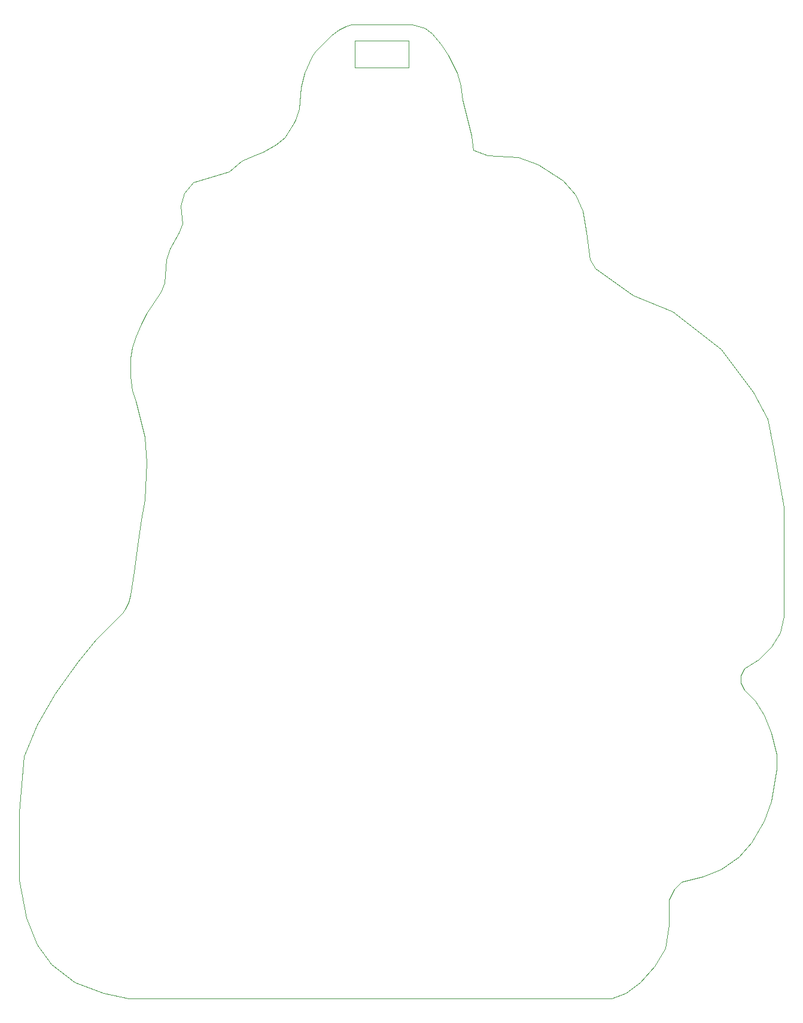
<source format=gm1>
G04 #@! TF.GenerationSoftware,KiCad,Pcbnew,(5.1.9)-1*
G04 #@! TF.CreationDate,2021-10-05T22:25:52-05:00*
G04 #@! TF.ProjectId,astable_badge,61737461-626c-4655-9f62-616467652e6b,1*
G04 #@! TF.SameCoordinates,Original*
G04 #@! TF.FileFunction,Profile,NP*
%FSLAX46Y46*%
G04 Gerber Fmt 4.6, Leading zero omitted, Abs format (unit mm)*
G04 Created by KiCad (PCBNEW (5.1.9)-1) date 2021-10-05 22:25:52*
%MOMM*%
%LPD*%
G01*
G04 APERTURE LIST*
G04 #@! TA.AperFunction,Profile*
%ADD10C,0.050000*%
G04 #@! TD*
G04 APERTURE END LIST*
D10*
X108204000Y-81534000D02*
X107950000Y-86868000D01*
X107950000Y-77978000D02*
X108204000Y-81534000D01*
X106680000Y-72898000D02*
X107950000Y-77978000D01*
X106172000Y-71374000D02*
X106680000Y-72898000D01*
X105918000Y-69342000D02*
X106172000Y-71374000D01*
X105918000Y-66802000D02*
X105918000Y-69342000D01*
X106172000Y-65278000D02*
X105918000Y-66802000D01*
X106680000Y-63754000D02*
X106172000Y-65278000D01*
X107442000Y-61976000D02*
X106680000Y-63754000D01*
X108204000Y-60452000D02*
X107442000Y-61976000D01*
X134366000Y-21082000D02*
X133096000Y-22352000D01*
X135382000Y-20320000D02*
X134366000Y-21082000D01*
X136398000Y-19812000D02*
X135382000Y-20320000D01*
X137160000Y-19558000D02*
X136398000Y-19812000D01*
X148590000Y-20828000D02*
X149860000Y-22352000D01*
X147574000Y-20066000D02*
X148590000Y-20828000D01*
X145796000Y-19558000D02*
X147574000Y-20066000D01*
X137160000Y-19558000D02*
X145796000Y-19558000D01*
X126492000Y-36576000D02*
X124714000Y-37592000D01*
X127762000Y-35560000D02*
X126492000Y-36576000D01*
X129032000Y-33528000D02*
X127762000Y-35560000D01*
X132080000Y-23368000D02*
X133096000Y-22352000D01*
X131572000Y-24130000D02*
X132080000Y-23368000D01*
X130556000Y-26416000D02*
X131572000Y-24130000D01*
X130048000Y-28448000D02*
X130556000Y-26416000D01*
X129794000Y-31496000D02*
X130048000Y-28448000D01*
X129286000Y-33020000D02*
X129794000Y-31496000D01*
X129032000Y-33528000D02*
X129286000Y-33020000D01*
X113538000Y-43434000D02*
X114808000Y-41910000D01*
X113030000Y-45212000D02*
X113538000Y-43434000D01*
X113284000Y-47752000D02*
X113030000Y-45212000D01*
X112776000Y-49022000D02*
X113284000Y-47752000D01*
X111506000Y-51308000D02*
X112776000Y-49022000D01*
X110998000Y-52832000D02*
X111506000Y-51308000D01*
X110744000Y-56134000D02*
X110998000Y-52832000D01*
X110236000Y-57404000D02*
X110744000Y-56134000D01*
X108204000Y-60452000D02*
X110236000Y-57404000D01*
X176022000Y-156718000D02*
X173990000Y-157480000D01*
X178054000Y-155194000D02*
X176022000Y-156718000D01*
X180086000Y-152908000D02*
X178054000Y-155194000D01*
X181610000Y-150368000D02*
X180086000Y-152908000D01*
X182118000Y-147066000D02*
X181610000Y-150368000D01*
X182118000Y-143510000D02*
X182118000Y-147066000D01*
X182880000Y-141986000D02*
X182118000Y-143510000D01*
X183896000Y-140970000D02*
X182880000Y-141986000D01*
X186944000Y-140208000D02*
X183896000Y-140970000D01*
X189484000Y-139192000D02*
X186944000Y-140208000D01*
X192024000Y-137414000D02*
X189484000Y-139192000D01*
X193802000Y-135382000D02*
X192024000Y-137414000D01*
X195580000Y-132334000D02*
X193802000Y-135382000D01*
X196596000Y-129540000D02*
X195580000Y-132334000D01*
X197358000Y-124968000D02*
X196596000Y-129540000D01*
X197358000Y-122936000D02*
X197358000Y-124968000D01*
X196596000Y-119888000D02*
X197358000Y-122936000D01*
X195580000Y-117348000D02*
X196596000Y-119888000D01*
X194310000Y-115316000D02*
X195580000Y-117348000D01*
X192786000Y-113792000D02*
X194310000Y-115316000D01*
X192278000Y-112776000D02*
X192786000Y-113792000D01*
X192278000Y-111760000D02*
X192278000Y-112776000D01*
X192786000Y-110744000D02*
X192278000Y-111760000D01*
X194818000Y-109474000D02*
X192786000Y-110744000D01*
X196596000Y-107696000D02*
X194818000Y-109474000D01*
X197866000Y-105664000D02*
X196596000Y-107696000D01*
X198374000Y-103378000D02*
X197866000Y-105664000D01*
X198374000Y-87884000D02*
X198374000Y-103378000D01*
X196850000Y-79375000D02*
X198374000Y-87884000D01*
X105664000Y-157480000D02*
X173990000Y-157480000D01*
X102108000Y-156718000D02*
X105664000Y-157480000D01*
X98044000Y-155194000D02*
X102108000Y-156718000D01*
X94742000Y-152654000D02*
X98044000Y-155194000D01*
X92710000Y-149860000D02*
X94742000Y-152654000D01*
X91186000Y-146050000D02*
X92710000Y-149860000D01*
X90170000Y-140716000D02*
X91186000Y-146050000D01*
X90170000Y-131064000D02*
X90170000Y-140716000D01*
X152146000Y-26416000D02*
X152654000Y-28194000D01*
X150876000Y-23876000D02*
X152146000Y-26416000D01*
X149860000Y-22352000D02*
X150876000Y-23876000D01*
X152654000Y-28194000D02*
X152908000Y-30226000D01*
X137668000Y-21844000D02*
X137668000Y-25654000D01*
X145288000Y-21844000D02*
X137668000Y-21844000D01*
X145288000Y-25654000D02*
X145288000Y-21844000D01*
X137668000Y-25654000D02*
X145288000Y-25654000D01*
X196088000Y-75438000D02*
X196850000Y-79375000D01*
X194056000Y-71628000D02*
X196088000Y-75438000D01*
X189484000Y-65532000D02*
X194056000Y-71628000D01*
X182626000Y-60198000D02*
X189484000Y-65532000D01*
X177038000Y-57912000D02*
X182626000Y-60198000D01*
X171704000Y-54102000D02*
X177038000Y-57912000D01*
X170942000Y-52832000D02*
X171704000Y-54102000D01*
X170434000Y-49022000D02*
X170942000Y-52832000D01*
X169926000Y-45974000D02*
X170434000Y-49022000D01*
X168910000Y-43688000D02*
X169926000Y-45974000D01*
X167132000Y-41656000D02*
X168910000Y-43688000D01*
X163576000Y-39370000D02*
X167132000Y-41656000D01*
X160782000Y-38354000D02*
X163576000Y-39370000D01*
X156464000Y-38100000D02*
X160782000Y-38354000D01*
X154432000Y-37338000D02*
X156464000Y-38100000D01*
X154178000Y-35306000D02*
X154432000Y-37338000D01*
X152908000Y-30226000D02*
X154178000Y-35306000D01*
X123444000Y-38100000D02*
X124714000Y-37592000D01*
X121666000Y-38862000D02*
X123444000Y-38100000D01*
X119888000Y-40386000D02*
X121666000Y-38862000D01*
X114808000Y-41910000D02*
X119888000Y-40386000D01*
X107442000Y-89662000D02*
X107950000Y-86868000D01*
X106934000Y-93218000D02*
X107442000Y-89662000D01*
X106426000Y-97028000D02*
X106934000Y-93218000D01*
X105918000Y-100330000D02*
X106426000Y-97028000D01*
X105664000Y-101346000D02*
X105918000Y-100330000D01*
X105156000Y-102362000D02*
X105664000Y-101346000D01*
X104775000Y-102870000D02*
X105156000Y-102362000D01*
X100965000Y-106680000D02*
X104775000Y-102870000D01*
X98425000Y-109855000D02*
X100965000Y-106680000D01*
X95250000Y-114300000D02*
X98425000Y-109855000D01*
X92710000Y-118745000D02*
X95250000Y-114300000D01*
X90805000Y-123190000D02*
X92710000Y-118745000D01*
X90170000Y-131064000D02*
X90805000Y-123190000D01*
M02*

</source>
